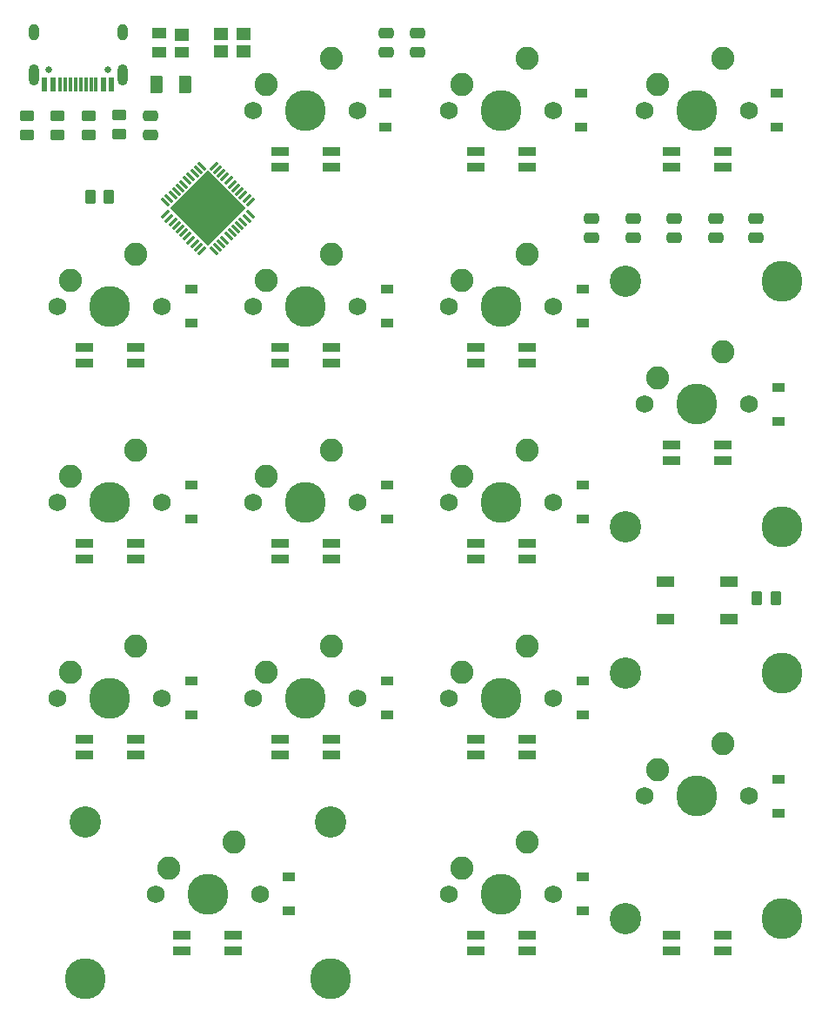
<source format=gbr>
G04 #@! TF.GenerationSoftware,KiCad,Pcbnew,(6.0.0)*
G04 #@! TF.CreationDate,2022-01-07T00:00:26+09:00*
G04 #@! TF.ProjectId,SkeletonNumPad,536b656c-6574-46f6-9e4e-756d5061642e,rev?*
G04 #@! TF.SameCoordinates,Original*
G04 #@! TF.FileFunction,Soldermask,Bot*
G04 #@! TF.FilePolarity,Negative*
%FSLAX46Y46*%
G04 Gerber Fmt 4.6, Leading zero omitted, Abs format (unit mm)*
G04 Created by KiCad (PCBNEW (6.0.0)) date 2022-01-07 00:00:26*
%MOMM*%
%LPD*%
G01*
G04 APERTURE LIST*
G04 Aperture macros list*
%AMRoundRect*
0 Rectangle with rounded corners*
0 $1 Rounding radius*
0 $2 $3 $4 $5 $6 $7 $8 $9 X,Y pos of 4 corners*
0 Add a 4 corners polygon primitive as box body*
4,1,4,$2,$3,$4,$5,$6,$7,$8,$9,$2,$3,0*
0 Add four circle primitives for the rounded corners*
1,1,$1+$1,$2,$3*
1,1,$1+$1,$4,$5*
1,1,$1+$1,$6,$7*
1,1,$1+$1,$8,$9*
0 Add four rect primitives between the rounded corners*
20,1,$1+$1,$2,$3,$4,$5,0*
20,1,$1+$1,$4,$5,$6,$7,0*
20,1,$1+$1,$6,$7,$8,$9,0*
20,1,$1+$1,$8,$9,$2,$3,0*%
%AMRotRect*
0 Rectangle, with rotation*
0 The origin of the aperture is its center*
0 $1 length*
0 $2 width*
0 $3 Rotation angle, in degrees counterclockwise*
0 Add horizontal line*
21,1,$1,$2,0,0,$3*%
G04 Aperture macros list end*
%ADD10R,1.800000X0.820000*%
%ADD11R,1.200000X0.900000*%
%ADD12RoundRect,0.250000X-0.475000X0.250000X-0.475000X-0.250000X0.475000X-0.250000X0.475000X0.250000X0*%
%ADD13C,2.250000*%
%ADD14C,3.987800*%
%ADD15C,1.750000*%
%ADD16RoundRect,0.250000X-0.450000X0.262500X-0.450000X-0.262500X0.450000X-0.262500X0.450000X0.262500X0*%
%ADD17R,1.800000X1.100000*%
%ADD18R,1.400000X1.200000*%
%ADD19C,3.048000*%
%ADD20RoundRect,0.250000X0.475000X-0.250000X0.475000X0.250000X-0.475000X0.250000X-0.475000X-0.250000X0*%
%ADD21RoundRect,0.250000X-0.262500X-0.450000X0.262500X-0.450000X0.262500X0.450000X-0.262500X0.450000X0*%
%ADD22R,1.400000X1.000000*%
%ADD23RoundRect,0.250000X0.262500X0.450000X-0.262500X0.450000X-0.262500X-0.450000X0.262500X-0.450000X0*%
%ADD24RoundRect,0.250000X-0.375000X-0.625000X0.375000X-0.625000X0.375000X0.625000X-0.375000X0.625000X0*%
%ADD25RotRect,5.200000X5.200000X315.000000*%
%ADD26RoundRect,0.062500X-0.380070X-0.291682X-0.291682X-0.380070X0.380070X0.291682X0.291682X0.380070X0*%
%ADD27RoundRect,0.062500X-0.380070X0.291682X0.291682X-0.380070X0.380070X-0.291682X-0.291682X0.380070X0*%
%ADD28C,0.650000*%
%ADD29R,0.600000X1.450000*%
%ADD30R,0.300000X1.450000*%
%ADD31O,1.000000X1.600000*%
%ADD32O,1.000000X2.100000*%
G04 APERTURE END LIST*
D10*
X73690000Y-51610000D03*
X73690000Y-53110000D03*
X78690000Y-53110000D03*
X78690000Y-51610000D03*
X45115000Y-110260000D03*
X45115000Y-108760000D03*
X50115000Y-108760000D03*
X50115000Y-110260000D03*
D11*
X83950000Y-30225000D03*
X83950000Y-26925000D03*
D10*
X40590000Y-51610000D03*
X40590000Y-53110000D03*
X35590000Y-53110000D03*
X35590000Y-51610000D03*
D12*
X101000000Y-39050000D03*
X101000000Y-40950000D03*
D10*
X73690000Y-72160000D03*
X73690000Y-70660000D03*
X78690000Y-70660000D03*
X78690000Y-72160000D03*
D11*
X65050000Y-49275000D03*
X65050000Y-45975000D03*
D12*
X68000000Y-21050000D03*
X68000000Y-22950000D03*
D11*
X84100000Y-87375000D03*
X84100000Y-84075000D03*
D13*
X78740000Y-80645000D03*
X72390000Y-83185000D03*
D14*
X76200000Y-85725000D03*
D15*
X81280000Y-85725000D03*
X71120000Y-85725000D03*
D10*
X73690000Y-110260000D03*
X73690000Y-108760000D03*
X78690000Y-108760000D03*
X78690000Y-110260000D03*
D16*
X30000000Y-29087500D03*
X30000000Y-30912500D03*
X39000000Y-29000000D03*
X39000000Y-30825000D03*
D13*
X59690000Y-42545000D03*
X53340000Y-45085000D03*
D15*
X52070000Y-47625000D03*
D14*
X57150000Y-47625000D03*
D15*
X62230000Y-47625000D03*
D17*
X98350000Y-74350000D03*
X92150000Y-74350000D03*
X92150000Y-78050000D03*
X98350000Y-78050000D03*
D12*
X93000000Y-39050000D03*
X93000000Y-40950000D03*
D13*
X78740000Y-42545000D03*
X72390000Y-45085000D03*
D14*
X76200000Y-47625000D03*
D15*
X81280000Y-47625000D03*
X71120000Y-47625000D03*
D13*
X40640000Y-42545000D03*
X34290000Y-45085000D03*
D15*
X43180000Y-47625000D03*
X33020000Y-47625000D03*
D14*
X38100000Y-47625000D03*
D18*
X51100000Y-22850000D03*
X48900000Y-22850000D03*
X48900000Y-21150000D03*
X51100000Y-21150000D03*
D16*
X33000000Y-29087500D03*
X33000000Y-30912500D03*
D13*
X97790000Y-90170000D03*
X91440000Y-92710000D03*
D15*
X90170000Y-95250000D03*
D19*
X88265000Y-83312000D03*
D14*
X103505000Y-83312000D03*
D15*
X100330000Y-95250000D03*
D19*
X88265000Y-107188000D03*
D14*
X103505000Y-107188000D03*
X95250000Y-95250000D03*
D11*
X103150000Y-58800000D03*
X103150000Y-55500000D03*
X84100000Y-68325000D03*
X84100000Y-65025000D03*
X55525000Y-106425000D03*
X55525000Y-103125000D03*
D13*
X78740000Y-99695000D03*
X72390000Y-102235000D03*
D15*
X81280000Y-104775000D03*
X71120000Y-104775000D03*
D14*
X76200000Y-104775000D03*
D10*
X78690000Y-89710000D03*
X78690000Y-91210000D03*
X73690000Y-91210000D03*
X73690000Y-89710000D03*
D13*
X40640000Y-80645000D03*
X34290000Y-83185000D03*
D14*
X38100000Y-85725000D03*
D15*
X33020000Y-85725000D03*
X43180000Y-85725000D03*
D20*
X42000000Y-30950000D03*
X42000000Y-29050000D03*
D11*
X103150000Y-96900000D03*
X103150000Y-93600000D03*
X46000000Y-87375000D03*
X46000000Y-84075000D03*
X46000000Y-49275000D03*
X46000000Y-45975000D03*
D13*
X78740000Y-23495000D03*
X72390000Y-26035000D03*
D15*
X71120000Y-28575000D03*
X81280000Y-28575000D03*
D14*
X76200000Y-28575000D03*
D12*
X65000000Y-21050000D03*
X65000000Y-22950000D03*
D21*
X101087500Y-76000000D03*
X102912500Y-76000000D03*
D11*
X103000000Y-30225000D03*
X103000000Y-26925000D03*
D13*
X97790000Y-23495000D03*
X91440000Y-26035000D03*
D14*
X95250000Y-28575000D03*
D15*
X100330000Y-28575000D03*
X90170000Y-28575000D03*
D13*
X59690000Y-61595000D03*
X53340000Y-64135000D03*
D15*
X62230000Y-66675000D03*
X52070000Y-66675000D03*
D14*
X57150000Y-66675000D03*
D12*
X84950000Y-40950000D03*
X84950000Y-39050000D03*
X97050000Y-39050000D03*
X97050000Y-40950000D03*
D11*
X65050000Y-87375000D03*
X65050000Y-84075000D03*
X64900000Y-30225000D03*
X64900000Y-26925000D03*
X46000000Y-68325000D03*
X46000000Y-65025000D03*
D22*
X42900000Y-21050000D03*
X42900000Y-22950000D03*
X45100000Y-22950000D03*
D18*
X45100000Y-21230000D03*
D13*
X59690000Y-23495000D03*
X53340000Y-26035000D03*
D14*
X57150000Y-28575000D03*
D15*
X52070000Y-28575000D03*
X62230000Y-28575000D03*
D13*
X97790000Y-52070000D03*
X91440000Y-54610000D03*
D14*
X103505000Y-69088000D03*
D15*
X100330000Y-57150000D03*
X90170000Y-57150000D03*
D19*
X88265000Y-45212000D03*
X88265000Y-69088000D03*
D14*
X95250000Y-57150000D03*
X103505000Y-45212000D03*
D10*
X97740000Y-110260000D03*
X97740000Y-108760000D03*
X92740000Y-108760000D03*
X92740000Y-110260000D03*
D23*
X36175000Y-37000000D03*
X38000000Y-37000000D03*
D13*
X78740000Y-61595000D03*
X72390000Y-64135000D03*
D14*
X76200000Y-66675000D03*
D15*
X81280000Y-66675000D03*
X71120000Y-66675000D03*
D10*
X40590000Y-89710000D03*
X40590000Y-91210000D03*
X35590000Y-91210000D03*
X35590000Y-89710000D03*
D16*
X36000000Y-29087500D03*
X36000000Y-30912500D03*
D10*
X59640000Y-89710000D03*
X59640000Y-91210000D03*
X54640000Y-91210000D03*
X54640000Y-89710000D03*
D12*
X89000000Y-39050000D03*
X89000000Y-40950000D03*
D10*
X54640000Y-72160000D03*
X54640000Y-70660000D03*
X59640000Y-70660000D03*
X59640000Y-72160000D03*
D24*
X42600000Y-26000000D03*
X45400000Y-26000000D03*
D13*
X40640000Y-61595000D03*
X34290000Y-64135000D03*
D15*
X43180000Y-66675000D03*
X33020000Y-66675000D03*
D14*
X38100000Y-66675000D03*
D10*
X92740000Y-34060000D03*
X92740000Y-32560000D03*
X97740000Y-32560000D03*
X97740000Y-34060000D03*
X59640000Y-51610000D03*
X59640000Y-53110000D03*
X54640000Y-53110000D03*
X54640000Y-51610000D03*
D13*
X59690000Y-80645000D03*
X53340000Y-83185000D03*
D15*
X62230000Y-85725000D03*
D14*
X57150000Y-85725000D03*
D15*
X52070000Y-85725000D03*
D11*
X65050000Y-68325000D03*
X65050000Y-65025000D03*
X84100000Y-49275000D03*
X84100000Y-45975000D03*
D10*
X35590000Y-72160000D03*
X35590000Y-70660000D03*
X40590000Y-70660000D03*
X40590000Y-72160000D03*
D25*
X47625000Y-38100000D03*
D26*
X43497264Y-38692202D03*
X43850818Y-39045755D03*
X44204371Y-39399309D03*
X44557924Y-39752862D03*
X44911478Y-40106415D03*
X45265031Y-40459969D03*
X45618585Y-40813522D03*
X45972138Y-41167076D03*
X46325691Y-41520629D03*
X46679245Y-41874182D03*
X47032798Y-42227736D03*
D27*
X48217202Y-42227736D03*
X48570755Y-41874182D03*
X48924309Y-41520629D03*
X49277862Y-41167076D03*
X49631415Y-40813522D03*
X49984969Y-40459969D03*
X50338522Y-40106415D03*
X50692076Y-39752862D03*
X51045629Y-39399309D03*
X51399182Y-39045755D03*
X51752736Y-38692202D03*
D26*
X51752736Y-37507798D03*
X51399182Y-37154245D03*
X51045629Y-36800691D03*
X50692076Y-36447138D03*
X50338522Y-36093585D03*
X49984969Y-35740031D03*
X49631415Y-35386478D03*
X49277862Y-35032924D03*
X48924309Y-34679371D03*
X48570755Y-34325818D03*
X48217202Y-33972264D03*
D27*
X47032798Y-33972264D03*
X46679245Y-34325818D03*
X46325691Y-34679371D03*
X45972138Y-35032924D03*
X45618585Y-35386478D03*
X45265031Y-35740031D03*
X44911478Y-36093585D03*
X44557924Y-36447138D03*
X44204371Y-36800691D03*
X43850818Y-37154245D03*
X43497264Y-37507798D03*
D10*
X92740000Y-62635000D03*
X92740000Y-61135000D03*
X97740000Y-61135000D03*
X97740000Y-62635000D03*
D11*
X84100000Y-106425000D03*
X84100000Y-103125000D03*
D13*
X50165000Y-99695000D03*
X43815000Y-102235000D03*
D14*
X35718750Y-113030000D03*
X47625000Y-104775000D03*
D15*
X52705000Y-104775000D03*
D19*
X59531250Y-97790000D03*
X35718750Y-97790000D03*
D14*
X59531250Y-113030000D03*
D15*
X42545000Y-104775000D03*
D28*
X37890000Y-24600000D03*
X32110000Y-24600000D03*
D29*
X31750000Y-26045000D03*
X32550000Y-26045000D03*
D30*
X33750000Y-26045000D03*
X34750000Y-26045000D03*
X35250000Y-26045000D03*
X36250000Y-26045000D03*
D29*
X37450000Y-26045000D03*
X38250000Y-26045000D03*
X38250000Y-26045000D03*
X37450000Y-26045000D03*
D30*
X36750000Y-26045000D03*
X35750000Y-26045000D03*
X34250000Y-26045000D03*
X33250000Y-26045000D03*
D29*
X32550000Y-26045000D03*
X31750000Y-26045000D03*
D31*
X39320000Y-20950000D03*
X30680000Y-20950000D03*
D32*
X30680000Y-25130000D03*
X39320000Y-25130000D03*
D10*
X73690000Y-34060000D03*
X73690000Y-32560000D03*
X78690000Y-32560000D03*
X78690000Y-34060000D03*
X54640000Y-34060000D03*
X54640000Y-32560000D03*
X59640000Y-32560000D03*
X59640000Y-34060000D03*
M02*

</source>
